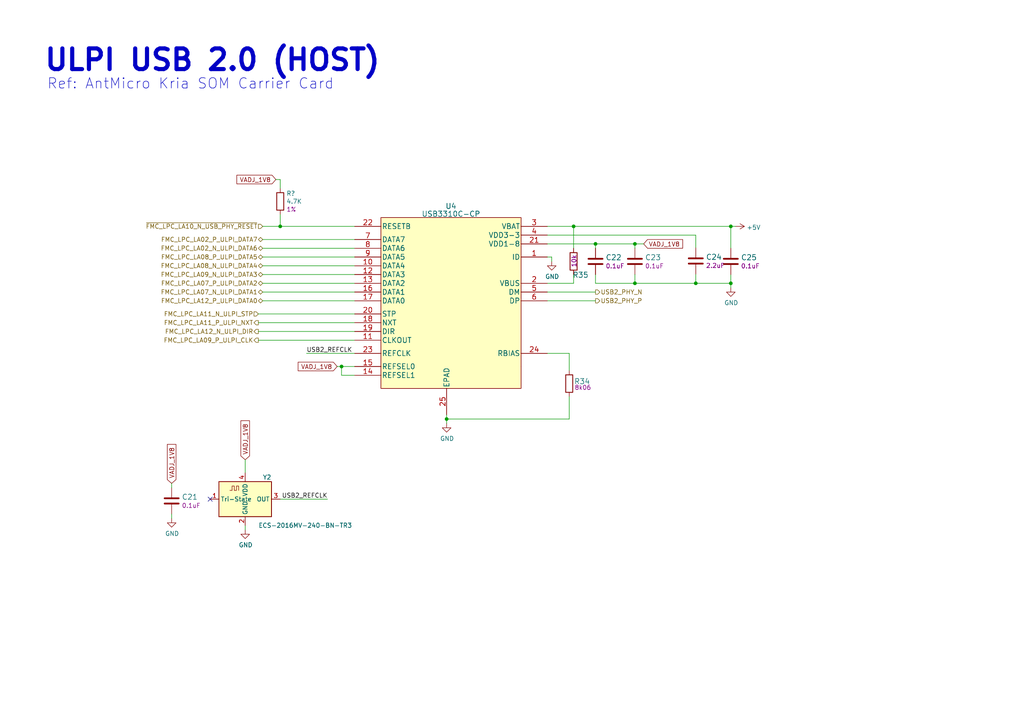
<source format=kicad_sch>
(kicad_sch (version 20230121) (generator eeschema)
  (paper "A4")
  (title_block (title "VincuLink FMC") (date "2022-01-04") (rev "1.0") (company "ApotheoTech LLC") (comment 1 "Author: Chance Reimer") (comment 2 "FMC for M.2 Key E") (comment 3 "Pi Hats, and Digilent PMOD connectors"))
  (lib_symbols
    (symbol "Device:C" (pin_numbers hide) (pin_names (offset 0.254))
      (property "Reference" "C" (at 0.635 2.54 0))
      (property "Value" "C" (at 0.635 -2.54 0))
      (symbol "C_0_1"
        (polyline (pts (xy -2.032 -0.762) (xy 2.032 -0.762)) (stroke (width 0.508)))
        (polyline (pts (xy -2.032 0.762) (xy 2.032 0.762)) (stroke (width 0.508)))
      )
      (symbol "C_1_1"
        (pin passive line (at 0 3.81 270) (length 2.794) (name "~") (number "1"))
        (pin passive line (at 0 -3.81 90) (length 2.794) (name "~") (number "2"))
      )
    )
    (symbol "Device:R" (pin_numbers hide) (pin_names (offset 0))
      (property "Reference" "R" (at 2.032 0 90))
      (property "Value" "R" (at 0 0 90))
      (symbol "R_0_1"
        (rectangle (start -1.016 -2.54) (end 1.016 2.54) (stroke (width 0.254)))
      )
      (symbol "R_1_1"
        (pin passive line (at 0 3.81 270) (length 1.27) (name "~") (number "1"))
        (pin passive line (at 0 -3.81 90) (length 1.27) (name "~") (number "2"))
      )
    )
    (symbol "pi_hat_lib:ECS-2016MV-240-BN-TR3"
      (property "Reference" "Y1" (at 5.08 6.35 0))
      (property "Value" "ECS-2016MV-240-BN-TR3" (at 3.81 -7.62 0))
      (symbol "ECS-2016MV-240-BN-TR3_0_1"
        (rectangle (start -7.62 5.08) (end 7.62 -5.08) (stroke (width 0.254)) (fill (type background)))
        (polyline (pts (xy -4.445 2.54) (xy -3.81 2.54) (xy -3.81 3.81) (xy -3.175 3.81) (xy -3.175 2.54) (xy -2.54 2.54) (xy -2.54 3.81) (xy -1.905 3.81) (xy -1.905 2.54)))
      )
      (symbol "ECS-2016MV-240-BN-TR3_1_1"
        (pin input line (at -10.16 0 0) (length 2.54) (name "Tri-State") (number "1"))
        (pin power_in line (at 0 -7.62 90) (length 2.54) (name "GND") (number "2"))
        (pin output line (at 10.16 0 180) (length 2.54) (name "OUT") (number "3"))
        (pin power_in line (at 0 7.62 270) (length 2.54) (name "VDD") (number "4"))
      )
    )
    (symbol "pi_hat_lib:USB3310C-CP" (pin_names (offset 0.254))
      (property "Reference" "U1" (at 27.94 9.2276 0))
      (property "Value" "USB3310C-CP" (at 27.94 6.2342 0))
      (symbol "USB3310C-CP_0_1"
        (rectangle (start 7.62 5.08) (end 48.26 -44.45) (fill (type background)))
      )
      (symbol "USB3310C-CP_1_1"
        (polyline (pts (xy 7.62 5.08) (xy 7.62 -38.1)) (stroke (width 0.127)))
        (polyline (pts (xy 48.26 -38.1) (xy 48.26 5.08)) (stroke (width 0.127)))
        (polyline (pts (xy 48.26 5.08) (xy 7.62 5.08)) (stroke (width 0.127)))
        (polyline (pts (xy 7.62 -38.1) (xy 7.62 -41.91) (xy 7.62 -44.45) (xy 48.26 -44.45) (xy 48.26 -41.91) (xy 48.26 -38.1)) (stroke (width 0.127)))
        (pin input line (at 55.88 -6.35 180) (length 7.62) (name "ID") (number "1"))
        (pin bidirectional line (at 0 -8.89 0) (length 7.62) (name "DATA4") (number "10"))
        (pin output line (at 0 -30.48 0) (length 7.62) (name "CLKOUT") (number "11"))
        (pin bidirectional line (at 0 -11.43 0) (length 7.62) (name "DATA3") (number "12"))
        (pin bidirectional line (at 0 -13.97 0) (length 7.62) (name "DATA2") (number "13"))
        (pin input line (at 0 -40.64 0) (length 7.62) (name "REFSEL1") (number "14"))
        (pin input line (at 0 -38.1 0) (length 7.62) (name "REFSEL0") (number "15"))
        (pin bidirectional line (at 0 -16.51 0) (length 7.62) (name "DATA1") (number "16"))
        (pin bidirectional line (at 0 -19.05 0) (length 7.62) (name "DATA0") (number "17"))
        (pin output line (at 0 -25.4 0) (length 7.62) (name "NXT") (number "18"))
        (pin output line (at 0 -27.94 0) (length 7.62) (name "DIR") (number "19"))
        (pin bidirectional line (at 55.88 -13.97 180) (length 7.62) (name "VBUS") (number "2"))
        (pin input line (at 0 -22.86 0) (length 7.62) (name "STP") (number "20"))
        (pin power_in line (at 55.88 -2.54 180) (length 7.62) (name "VDD1-8") (number "21"))
        (pin input line (at 0 2.54 0) (length 7.62) (name "RESETB") (number "22"))
        (pin input line (at 0 -34.29 0) (length 7.62) (name "REFCLK") (number "23"))
        (pin unspecified line (at 55.88 -34.29 180) (length 7.62) (name "RBIAS") (number "24"))
        (pin unspecified line (at 26.67 -52.07 90) (length 7.62) (name "EPAD") (number "25"))
        (pin power_in line (at 55.88 2.54 180) (length 7.62) (name "VBAT") (number "3"))
        (pin power_out line (at 55.88 0 180) (length 7.62) (name "VDD3-3") (number "4"))
        (pin bidirectional line (at 55.88 -16.51 180) (length 7.62) (name "DM") (number "5"))
        (pin bidirectional line (at 55.88 -19.05 180) (length 7.62) (name "DP") (number "6"))
        (pin bidirectional line (at 0 -1.27 0) (length 7.62) (name "DATA7") (number "7"))
        (pin bidirectional line (at 0 -3.81 0) (length 7.62) (name "DATA6") (number "8"))
        (pin bidirectional line (at 0 -6.35 0) (length 7.62) (name "DATA5") (number "9"))
      )
    )
    (symbol "power:+5V" (power) (pin_names (offset 0))
      (property "Value" "+5V" (at 0 3.556 0))
      (symbol "+5V_0_1"
        (polyline (pts (xy -0.762 1.27) (xy 0 2.54)))
        (polyline (pts (xy 0 0) (xy 0 2.54)))
        (polyline (pts (xy 0 2.54) (xy 0.762 1.27)))
      )
      (symbol "+5V_1_1"
        (pin power_in line (at 0 0 90) (length 0) hide (name "+5V") (number "1"))
      )
    )
    (symbol "power:GND" (power) (pin_names (offset 0))
      (property "Value" "GND" (at 0 -3.81 0))
      (symbol "GND_0_1"
        (polyline (pts (xy 0 0) (xy 0 -1.27) (xy 1.27 -1.27) (xy 0 -2.54) (xy -1.27 -1.27) (xy 0 -1.27)))
      )
      (symbol "GND_1_1"
        (pin power_in line (at 0 0 270) (length 0) hide (name "GND") (number "1"))
      )
    )
  )
  (junction (at 81.28 65.659))
  (junction (at 211.963 65.659))
  (junction (at 172.72 70.739))
  (junction (at 211.963 82.169))
  (junction (at 129.54 121.539))
  (junction (at 99.06 106.299))
  (junction (at 166.37 65.659))
  (junction (at 184.15 82.169))
  (junction (at 201.803 82.169))
  (junction (at 184.15 70.739))
  (no_connect (at 60.96 144.78))
  (wire (pts (xy 129.54 121.539) (xy 165.1 121.539)))
  (wire (pts (xy 81.28 62.23) (xy 81.28 65.659)))
  (wire (pts (xy 99.06 108.839) (xy 102.87 108.839)))
  (wire (pts (xy 165.1 107.442) (xy 165.1 102.489)))
  (wire (pts (xy 184.15 72.009) (xy 184.15 70.739)))
  (wire (pts (xy 74.93 93.599) (xy 102.87 93.599)))
  (wire (pts (xy 211.963 82.169) (xy 211.963 79.629)))
  (wire (pts (xy 76.2 74.549) (xy 102.87 74.549)))
  (wire (pts (xy 160.02 75.819) (xy 160.02 74.549)))
  (wire (pts (xy 74.93 91.059) (xy 102.87 91.059)))
  (wire (pts (xy 172.72 82.169) (xy 184.15 82.169)))
  (wire (pts (xy 76.2 65.659) (xy 81.28 65.659)))
  (wire (pts (xy 184.15 82.169) (xy 184.15 79.629)))
  (wire (pts (xy 97.79 106.299) (xy 99.06 106.299)))
  (wire (pts (xy 201.803 82.169) (xy 211.963 82.169)))
  (wire (pts (xy 186.69 70.739) (xy 184.15 70.739)))
  (wire (pts (xy 211.963 72.009) (xy 211.963 65.659)))
  (wire (pts (xy 76.2 79.629) (xy 102.87 79.629)))
  (wire (pts (xy 201.803 79.502) (xy 201.803 82.169)))
  (wire (pts (xy 74.93 96.139) (xy 102.87 96.139)))
  (wire (pts (xy 158.75 68.199) (xy 201.803 68.199)))
  (wire (pts (xy 172.72 79.629) (xy 172.72 82.169)))
  (wire (pts (xy 166.37 72.009) (xy 166.37 65.659)))
  (wire (pts (xy 172.72 70.739) (xy 184.15 70.739)))
  (wire (pts (xy 158.75 84.709) (xy 172.72 84.709)))
  (wire (pts (xy 49.784 150.368) (xy 49.784 149.098)))
  (wire (pts (xy 102.87 106.299) (xy 99.06 106.299)))
  (wire (pts (xy 99.06 106.299) (xy 99.06 108.839)))
  (wire (pts (xy 81.28 65.659) (xy 102.87 65.659)))
  (wire (pts (xy 184.15 82.169) (xy 201.803 82.169)))
  (wire (pts (xy 81.28 54.61) (xy 81.28 52.07)))
  (wire (pts (xy 74.93 98.679) (xy 102.87 98.679)))
  (wire (pts (xy 129.54 121.539) (xy 129.54 122.809)))
  (wire (pts (xy 172.72 72.009) (xy 172.72 70.739)))
  (wire (pts (xy 158.75 82.169) (xy 166.37 82.169)))
  (wire (pts (xy 76.2 82.169) (xy 102.87 82.169)))
  (wire (pts (xy 81.28 144.78) (xy 94.996 144.78)))
  (wire (pts (xy 165.1 121.539) (xy 165.1 115.062)))
  (wire (pts (xy 80.01 52.07) (xy 81.28 52.07)))
  (wire (pts (xy 166.37 82.169) (xy 166.37 79.629)))
  (wire (pts (xy 76.2 77.089) (xy 102.87 77.089)))
  (wire (pts (xy 211.963 83.439) (xy 211.963 82.169)))
  (wire (pts (xy 213.36 65.659) (xy 211.963 65.659)))
  (wire (pts (xy 76.2 87.249) (xy 102.87 87.249)))
  (wire (pts (xy 158.75 70.739) (xy 172.72 70.739)))
  (wire (pts (xy 158.75 87.249) (xy 172.72 87.249)))
  (wire (pts (xy 76.2 84.709) (xy 102.87 84.709)))
  (wire (pts (xy 201.803 68.199) (xy 201.803 71.882)))
  (wire (pts (xy 49.784 141.478) (xy 49.784 140.208)))
  (wire (pts (xy 129.54 120.269) (xy 129.54 121.539)))
  (wire (pts (xy 76.2 69.469) (xy 102.87 69.469)))
  (wire (pts (xy 88.9 102.489) (xy 102.87 102.489)))
  (wire (pts (xy 165.1 102.489) (xy 158.75 102.489)))
  (wire (pts (xy 71.12 137.16) (xy 71.12 133.35)))
  (wire (pts (xy 71.12 153.67) (xy 71.12 152.4)))
  (wire (pts (xy 76.2 72.009) (xy 102.87 72.009)))
  (wire (pts (xy 166.37 65.659) (xy 211.963 65.659)))
  (wire (pts (xy 160.02 74.549) (xy 158.75 74.549)))
  (wire (pts (xy 166.37 65.659) (xy 158.75 65.659)))
  (text "Ref: AntMicro Kria SOM Carrier Card" (at 13.589 26.162 0) (effects (font (size 3 3)) (justify left bottom)))
  (text "ULPI USB 2.0 (HOST)" (at 12.446 21.082 0) (effects (font (size 5.9944 5.9944) (thickness 1.1989) bold) (justify left bottom)))
  (label "USB2_REFCLK" (at 94.996 144.78 180))
  (label "USB2_REFCLK" (at 88.9 102.489 0))
  (global_label "VADJ_1V8" (shape input) (at 49.784 140.208 90) (property "Intersheetrefs" "${INTERSHEET_REFS}" (effects hide)))
  (global_label "VADJ_1V8" (shape input) (at 71.12 133.35 90) (property "Intersheetrefs" "${INTERSHEET_REFS}" (effects hide)))
  (global_label "VADJ_1V8" (shape input) (at 186.69 70.739 0) (property "Intersheetrefs" "${INTERSHEET_REFS}" (effects hide)))
  (global_label "VADJ_1V8" (shape input) (at 97.79 106.299 180) (property "Intersheetrefs" "${INTERSHEET_REFS}" (effects hide)))
  (global_label "VADJ_1V8" (shape input) (at 80.01 52.07 180) (property "Intersheetrefs" "${INTERSHEET_REFS}" (effects hide)))
  (hierarchical_label "FMC_LPC_LA11_N_ULPI_STP" (shape input) (at 74.93 91.059 180))
  (hierarchical_label "FMC_LPC_LA08_P_ULPI_DATA5" (shape bidirectional) (at 76.2 74.549 180))
  (hierarchical_label "FMC_LPC_LA09_P_ULPI_CLK" (shape output) (at 74.93 98.679 180))
  (hierarchical_label "FMC_LPC_LA12_P_ULPI_DATA0" (shape bidirectional) (at 76.2 87.249 180))
  (hierarchical_label "FMC_LPC_LA07_P_ULPI_DATA2" (shape bidirectional) (at 76.2 82.169 180))
  (hierarchical_label "FMC_LPC_LA07_N_ULPI_DATA1" (shape bidirectional) (at 76.2 84.709 180))
  (hierarchical_label "FMC_LPC_LA09_N_ULPI_DATA3" (shape bidirectional) (at 76.2 79.629 180))
  (hierarchical_label "USB2_PHY_P" (shape output) (at 172.72 87.249 0))
  (hierarchical_label "FMC_LPC_LA02_N_ULPI_DATA6" (shape bidirectional) (at 76.2 72.009 180))
  (hierarchical_label "USB2_PHY_N" (shape output) (at 172.72 84.709 0))
  (hierarchical_label "FMC_LPC_LA11_P_ULPI_NXT" (shape output) (at 74.93 93.599 180))
  (hierarchical_label "FMC_LPC_LA08_N_ULPI_DATA4" (shape bidirectional) (at 76.2 77.089 180))
  (hierarchical_label "FMC_LPC_LA12_N_ULPI_DIR" (shape output) (at 74.93 96.139 180))
  (hierarchical_label "~{FMC_LPC_LA10_N_USB_PHY_RESET}" (shape input) (at 76.2 65.659 180))
  (hierarchical_label "FMC_LPC_LA02_P_ULPI_DATA7" (shape bidirectional) (at 76.2 69.469 180))
  (symbol (lib_id "power:GND") (at 71.12 153.67 0) (unit 1)
    (property "Reference" "#PWR034" (effects hide))
    (property "Value" "GND" (at 71.247 158.0642 0))
    (instances (project "pi_hat" (path "" (reference "#PWR034") (unit 1)) (path "" (reference "#PWR041") (unit 1))))
  )
  (symbol (lib_id "pi_hat_lib:USB3310C-CP") (at 102.87 68.199 0) (unit 1)
    (property "Reference" "U4" (at 130.81 59.7994 0) (effects (font (size 1.524 1.524))))
    (property "Value" "USB3310C-CP" (at 130.81 62.0536 0) (effects (font (size 1.524 1.524))))
    (property "Footprint" "apotheotech_lib:Microchip_QFN24_4X4" (effects hide))
    (property "Datasheet" "https://ww1.microchip.com/downloads/en/DeviceDoc/00002363A.pdf" (effects hide))
    (property "MPN" "USB3310C-CP" (effects hide))
    (property "Manufacturer" "Microchip Technology" (effects hide))
    (instances (project "pi_hat" (path "" (reference "U4") (unit 1))) (project "kria-k26-devboard" (path "" (reference "U?") (unit 1))))
  )
  (symbol (lib_id "power:GND") (at 129.54 122.809 0) (unit 1)
    (property "Reference" "#PWR034" (effects hide))
    (property "Value" "GND" (at 129.667 127.2032 0))
    (instances (project "pi_hat" (path "" (reference "#PWR034") (unit 1)) (path "" (reference "#PWR040") (unit 1))))
  )
  (symbol (lib_id "Device:C") (at 172.72 75.819 0) (unit 1)
    (property "Reference" "C22" (at 175.641 74.676 0) (effects (font (size 1.524 1.524)) (justify left)))
    (property "Value" "0.1uF" (effects hide))
    (property "Footprint" "Capacitor_SMD:C_0402_1005Metric" (effects hide))
    (property "Manufacturer" "Murata" (effects hide))
    (property "MPN" "GRM155R61H104KE14D" (effects hide))
    (property "Val" "0.1uF" (at 175.641 77.1652 0) (effects (justify left)))
    (property "PartNumber" "EMK105B7104KV-F" (effects hide))
    (instances (project "pi_hat" (path "" (reference "C22") (unit 1))) (project "kria-k26-devboard" (path "" (reference "C?") (unit 1))))
  )
  (symbol (lib_id "pi_hat_lib:ECS-2016MV-240-BN-TR3") (at 71.12 144.78 0) (unit 1)
    (property "Reference" "Y2" (at 76.2 138.43 0) (effects (justify left)))
    (property "Value" "ECS-2016MV-240-BN-TR3" (at 74.93 152.4 0) (effects (justify left)))
    (property "Footprint" "apotheotech_lib:ECS-2016MV" (effects hide))
    (property "Datasheet" "https://www.mouser.pl/datasheet/2/122/ECS_2016MV-2529299.pdf" (effects hide))
    (property "Manufacturer" "ECS" (effects hide))
    (property "MPN" "ECS-2016MV-240-BN-TR3" (effects hide))
    (instances (project "pi_hat" (path "" (reference "Y2") (unit 1))) (project "kria-k26-devboard" (path "" (reference "Y?") (unit 1))))
  )
  (symbol (lib_id "Device:R") (at 166.37 75.819 180) (unit 1)
    (property "Reference" "R35" (at 168.402 79.756 0) (effects (font (size 1.524 1.524))))
    (property "Value" "R_10k_0402" (effects hide))
    (property "Footprint" "Resistor_SMD:R_0402_1005Metric" (effects hide))
    (property "Manufacturer" "VISHAY" (effects hide))
    (property "PartNumber" "CRCW040210K0FKEDHP" (effects hide))
    (property "Val" "10k" (at 166.497 75.692 90))
    (instances (project "pi_hat" (path "" (reference "R35") (unit 1))) (project "kria-k26-devboard" (path "" (reference "R?") (unit 1))))
  )
  (symbol (lib_id "Device:C") (at 201.803 75.692 0) (unit 1)
    (property "Reference" "C24" (at 204.724 74.549 0) (effects (font (size 1.524 1.524)) (justify left)))
    (property "Value" "C_2u2_0402" (effects hide))
    (property "Footprint" "Capacitor_SMD:C_0402_1005Metric" (effects hide))
    (property "Manufacturer" "TDK" (effects hide))
    (property "PartNumber" "C1005X5R1A225K050BC" (effects hide))
    (property "Val" "2.2uF" (at 204.724 77.0382 0) (effects (justify left)))
    (instances (project "pi_hat" (path "" (reference "C24") (unit 1))) (project "kria-k26-devboard" (path "" (reference "C?") (unit 1))))
  )
  (symbol (lib_id "power:GND") (at 160.02 75.819 0) (unit 1)
    (property "Reference" "#PWR034" (effects hide))
    (property "Value" "GND" (at 160.147 80.2132 0))
    (instances (project "pi_hat" (path "" (reference "#PWR034") (unit 1)) (path "" (reference "#PWR038") (unit 1))))
  )
  (symbol (lib_id "power:+5V") (at 213.36 65.659 270) (unit 1)
    (property "Reference" "#PWR043" (effects hide))
    (property "Value" "+5V" (at 216.535 65.9758 90) (effects (justify left)))
  )
  (symbol (lib_id "Device:C") (at 211.963 75.819 0) (unit 1)
    (property "Reference" "C25" (at 214.884 74.676 0) (effects (font (size 1.524 1.524)) (justify left)))
    (property "Value" "0.1uF" (effects hide))
    (property "Footprint" "Capacitor_SMD:C_0402_1005Metric" (effects hide))
    (property "Manufacturer" "Murata" (effects hide))
    (property "MPN" "GRM155R61H104KE14D" (effects hide))
    (property "Val" "0.1uF" (at 214.884 77.1652 0) (effects (justify left)))
    (property "PartNumber" "EMK105B7104KV-F" (effects hide))
    (instances (project "pi_hat" (path "" (reference "C25") (unit 1))) (project "kria-k26-devboard" (path "" (reference "C?") (unit 1))))
  )
  (symbol (lib_id "Device:C") (at 184.15 75.819 0) (unit 1)
    (property "Reference" "C23" (at 187.071 74.676 0) (effects (font (size 1.524 1.524)) (justify left)))
    (property "Value" "0.1uF" (effects hide))
    (property "Footprint" "Capacitor_SMD:C_0402_1005Metric" (effects hide))
    (property "Manufacturer" "Murata" (effects hide))
    (property "MPN" "GRM155R61H104KE14D" (effects hide))
    (property "Val" "0.1uF" (at 187.071 77.1652 0) (effects (justify left)))
    (property "PartNumber" "EMK105B7104KV-F" (effects hide))
    (instances (project "pi_hat" (path "" (reference "C23") (unit 1))) (project "kria-k26-devboard" (path "" (reference "C?") (unit 1))))
  )
  (symbol (lib_id "power:GND") (at 211.963 83.439 0) (unit 1)
    (property "Reference" "#PWR034" (effects hide))
    (property "Value" "GND" (at 212.09 87.8332 0))
    (instances (project "pi_hat" (path "" (reference "#PWR034") (unit 1)) (path "" (reference "#PWR039") (unit 1))))
  )
  (symbol (lib_id "Device:C") (at 49.784 145.288 0) (unit 1)
    (property "Reference" "C21" (at 52.705 144.145 0) (effects (font (size 1.524 1.524)) (justify left)))
    (property "Value" "0.1uF" (effects hide))
    (property "Footprint" "Capacitor_SMD:C_0402_1005Metric" (effects hide))
    (property "Manufacturer" "Murata" (effects hide))
    (property "MPN" "GRM155R61H104KE14D" (effects hide))
    (property "Val" "0.1uF" (at 52.705 146.6342 0) (effects (justify left)))
    (property "PartNumber" "EMK105B7104KV-F" (effects hide))
    (instances (project "pi_hat" (path "" (reference "C21") (unit 1))) (project "kria-k26-devboard" (path "" (reference "C?") (unit 1))))
  )
  (symbol (lib_id "power:GND") (at 49.784 150.368 0) (unit 1)
    (property "Reference" "#PWR034" (effects hide))
    (property "Value" "GND" (at 49.911 154.7622 0))
    (instances (project "pi_hat" (path "" (reference "#PWR034") (unit 1)) (path "" (reference "#PWR042") (unit 1))))
  )
  (symbol (lib_id "Device:R") (at 81.28 58.42 0) (unit 1)
    (property "Reference" "R?" (at 83.058 56.1086 0) (effects (justify left)))
    (property "Value" "4.7K" (at 83.058 58.42 0) (effects (justify left)))
    (property "Footprint" "Resistor_SMD:R_0402_1005Metric" (effects hide))
    (property "Tolerance" "1%" (at 83.058 60.7314 0) (effects (justify left)))
    (property "PartNumber" "CRCW04024K70FKED" (effects hide))
    (instances (project "pi_hat" (path "" (reference "R?") (unit 1)) (path "" (reference "R33") (unit 1))) (project "zcu104_lpc_daughter_card" (path "" (reference "R?") (unit 1)) (path "" (reference "R?") (unit 1))))
  )
  (symbol (lib_id "Device:R") (at 165.1 111.252 0) (unit 1)
    (property "Reference" "R34" (at 166.497 110.617 0) (effects (font (size 1.524 1.524)) (justify left)))
    (property "Value" "8.06k" (effects hide))
    (property "Footprint" "Resistor_SMD:R_0402_1005Metric" (effects hide))
    (property "Manufacturer" "Vishay/Dale" (effects hide))
    (property "PartNumber" "CRCW04028K06FKEDC" (effects hide))
    (property "Val" "8k06" (at 166.624 112.395 0) (effects (justify left)))
    (instances (project "pi_hat" (path "" (reference "R34") (unit 1))) (project "kria-k26-devboard" (path "" (reference "R?") (unit 1))))
  )
)
</source>
